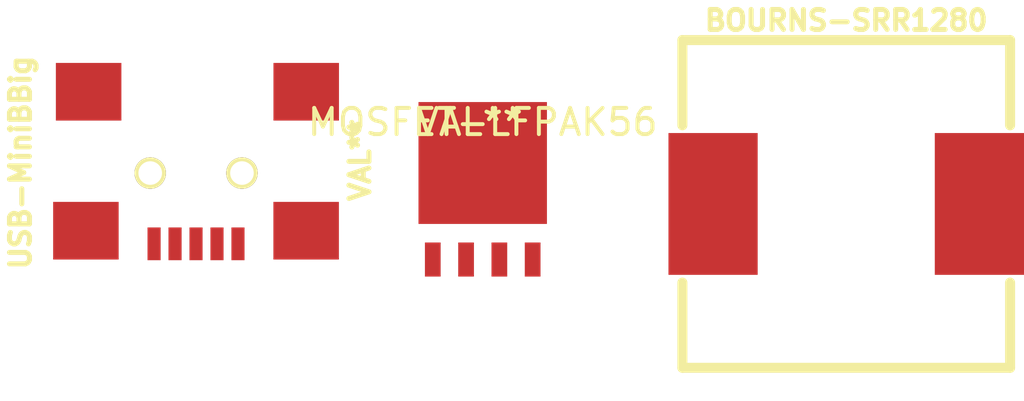
<source format=kicad_pcb>
(kicad_pcb (version 3) (host pcbnew "(2013-jul-07)-stable")

  (general
    (links 0)
    (no_connects 0)
    (area 0 0 0 0)
    (thickness 1.6)
    (drawings 0)
    (tracks 0)
    (zones 0)
    (modules 3)
    (nets 3)
  )

  (page A3)
  (layers
    (15 F.Cu signal)
    (0 B.Cu signal)
    (16 B.Adhes user)
    (17 F.Adhes user)
    (18 B.Paste user)
    (19 F.Paste user)
    (20 B.SilkS user)
    (21 F.SilkS user)
    (22 B.Mask user)
    (23 F.Mask user)
    (24 Dwgs.User user)
    (25 Cmts.User user)
    (26 Eco1.User user)
    (27 Eco2.User user)
    (28 Edge.Cuts user)
  )

  (setup
    (last_trace_width 0.254)
    (trace_clearance 0.254)
    (zone_clearance 0.508)
    (zone_45_only no)
    (trace_min 0.254)
    (segment_width 0.2)
    (edge_width 0.1)
    (via_size 0.889)
    (via_drill 0.635)
    (via_min_size 0.889)
    (via_min_drill 0.508)
    (uvia_size 0.508)
    (uvia_drill 0.127)
    (uvias_allowed no)
    (uvia_min_size 0.508)
    (uvia_min_drill 0.127)
    (pcb_text_width 0.3)
    (pcb_text_size 1.5 1.5)
    (mod_edge_width 0.15)
    (mod_text_size 1 1)
    (mod_text_width 0.15)
    (pad_size 1.5 1.5)
    (pad_drill 0.6)
    (pad_to_mask_clearance 0)
    (aux_axis_origin 0 0)
    (visible_elements FFFFFFBF)
    (pcbplotparams
      (layerselection 3178497)
      (usegerberextensions true)
      (excludeedgelayer true)
      (linewidth 0.150000)
      (plotframeref false)
      (viasonmask false)
      (mode 1)
      (useauxorigin false)
      (hpglpennumber 1)
      (hpglpenspeed 20)
      (hpglpendiameter 15)
      (hpglpenoverlay 2)
      (psnegative false)
      (psa4output false)
      (plotreference true)
      (plotvalue true)
      (plotothertext true)
      (plotinvisibletext false)
      (padsonsilk false)
      (subtractmaskfromsilk false)
      (outputformat 1)
      (mirror false)
      (drillshape 1)
      (scaleselection 1)
      (outputdirectory ""))
  )

  (net 0 "")
  (net 1 +5V)
  (net 2 /HighCOut)

  (net_class Default "This is the default net class."
    (clearance 0.254)
    (trace_width 0.254)
    (via_dia 0.889)
    (via_drill 0.635)
    (uvia_dia 0.508)
    (uvia_drill 0.127)
    (add_net "")
    (add_net +5V)
    (add_net /HighCOut)
  )

  (module USB-MiniBBig (layer F.Cu) (tedit 521064BD) (tstamp 53CC1D45)
    (at 193.548 102.2096 180)
    (fp_text reference USB-MiniBBig (at 6.70052 0.50038 270) (layer F.SilkS)
      (effects (font (size 0.762 0.762) (thickness 0.1905)))
    )
    (fp_text value VAL** (at -6.25094 0.59944 270) (layer F.SilkS)
      (effects (font (size 0.762 0.762) (thickness 0.1905)))
    )
    (fp_text user H2959CT-ND (at 0.29972 0.55118 180) (layer F.SilkS) hide
      (effects (font (size 0.8001 0.8001) (thickness 0.20066)))
    )
    (pad 9 smd rect (at 4.09956 3.2004 180) (size 2.49936 2.19964)
      (layers F.Cu F.Paste F.Mask)
    )
    (pad 8 smd rect (at -4.20116 3.2004 180) (size 2.49936 2.19964)
      (layers F.Cu F.Paste F.Mask)
    )
    (pad 7 smd rect (at 4.2037 -2.10058 180) (size 2.49936 2.19964)
      (layers F.Cu F.Paste F.Mask)
    )
    (pad 4 smd rect (at 0.80264 -2.60096 180) (size 0.50038 1.24968)
      (layers F.Cu F.Paste F.Mask)
    )
    (pad 3 smd rect (at 0.00254 -2.60096 180) (size 0.50038 1.24968)
      (layers F.Cu F.Paste F.Mask)
    )
    (pad 5 smd rect (at 1.60274 -2.60096 180) (size 0.50038 1.24968)
      (layers F.Cu F.Paste F.Mask)
    )
    (pad 2 smd rect (at -0.79756 -2.60096 180) (size 0.50038 1.24968)
      (layers F.Cu F.Paste F.Mask)
    )
    (pad 1 smd rect (at -1.59766 -2.60096 180) (size 0.50038 1.24968)
      (layers F.Cu F.Paste F.Mask)
    )
    (pad 6 smd rect (at -4.19862 -2.10058 180) (size 2.49936 2.19964)
      (layers F.Cu F.Paste F.Mask)
    )
    (pad "" thru_hole circle (at -1.75006 0.09906 180) (size 1.19888 1.19888) (drill 0.89916)
      (layers *.Cu *.Mask F.SilkS)
    )
    (pad "" thru_hole circle (at 1.75006 0.09906 180) (size 1.19888 1.19888) (drill 0.89916)
      (layers *.Cu *.Mask F.SilkS)
    )
  )

  (module MOSFET-LFPAK56 (layer F.Cu) (tedit 539BB779) (tstamp 53CC26E3)
    (at 204.4827 102.87)
    (fp_text reference MOSFET-LFPAK56 (at 0 -2.7) (layer F.SilkS)
      (effects (font (size 1 1) (thickness 0.15)))
    )
    (fp_text value VAL** (at -0.5 -2.7) (layer F.SilkS)
      (effects (font (size 1 1) (thickness 0.15)))
    )
    (pad 1 smd rect (at -1.905 2.54) (size 0.6 1.3)
      (layers F.Cu F.Paste F.Mask)
    )
    (pad 2 smd rect (at -0.635 2.54) (size 0.6 1.3)
      (layers F.Cu F.Paste F.Mask)
    )
    (pad 3 smd rect (at 0.635 2.54) (size 0.6 1.3)
      (layers F.Cu F.Paste F.Mask)
    )
    (pad 4 smd rect (at 1.905 2.54) (size 0.6 1.3)
      (layers F.Cu F.Paste F.Mask)
    )
    (pad 5 smd rect (at 0 -1.143) (size 4.9 4.65)
      (layers F.Cu F.Paste F.Mask)
    )
  )

  (module BOURNS-SRR1280 (layer F.Cu) (tedit 520518EF) (tstamp 53CC2743)
    (at 218.3511 103.2891)
    (path /5101B29F)
    (fp_text reference BOURNS-SRR1280 (at 0 -7.00024) (layer F.SilkS)
      (effects (font (size 0.762 0.762) (thickness 0.1905)))
    )
    (fp_text value "" (at 0 7.24916 90) (layer F.SilkS)
      (effects (font (size 0.762 0.762) (thickness 0.1905)))
    )
    (fp_line (start -6.25094 2.99974) (end -6.25094 6.25094) (layer F.SilkS) (width 0.381))
    (fp_line (start -6.25094 6.25094) (end 6.25094 6.25094) (layer F.SilkS) (width 0.381))
    (fp_line (start 6.25094 6.25094) (end 6.25094 2.99974) (layer F.SilkS) (width 0.381))
    (fp_line (start -6.25094 -6.25094) (end -6.25094 -2.99974) (layer F.SilkS) (width 0.381))
    (fp_line (start -6.25094 -6.25094) (end 6.25094 -6.25094) (layer F.SilkS) (width 0.381))
    (fp_line (start 6.25094 -6.25094) (end 6.25094 -2.99974) (layer F.SilkS) (width 0.381))
    (pad 1 smd rect (at -5.08 0) (size 3.4036 5.4102)
      (layers F.Cu F.Paste F.Mask)
      (net 1 +5V)
    )
    (pad 2 smd rect (at 5.08 0) (size 3.4036 5.4102)
      (layers F.Cu F.Paste F.Mask)
      (net 2 /HighCOut)
    )
  )

)

</source>
